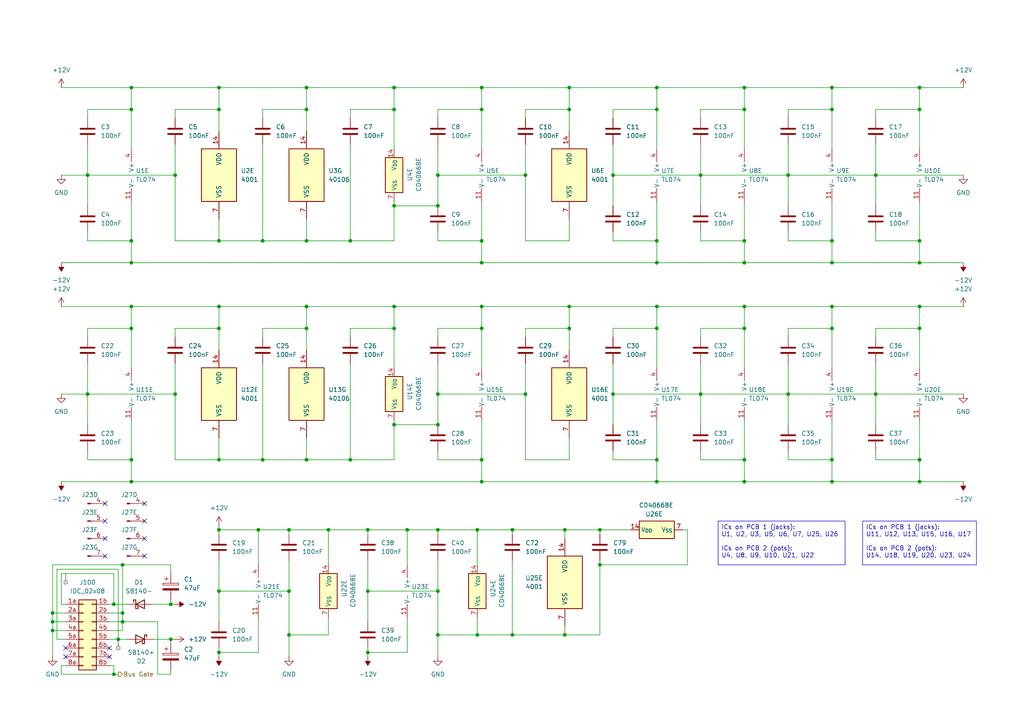
<source format=kicad_sch>
(kicad_sch (version 20250114) (generator "eeschema") (generator_version "9.0")
  (paper "A4")
  (title_block (title "Power Distribution") (company "DMH Instruments") (comment 1 "PCB for 15cm Kosmo format synthesizer module"))
  (text_box "ICs on PCB 1 (jacks):\nU11, U12, U13, U15, U16, U17\n\nICs on PCB 2 (pots):\nU14, U18, U19, U20, U23, U24" (at 250.19 151.13 0) (size 33.02 12.7) (margins 0.9525 0.9525 0.9525 0.9525) (effects (font (size 1.27 1.27)) (justify left top)))
  (text_box "ICs on PCB 1 (jacks):\nU1, U2, U3, U5, U6, U7, U25, U26\n\nICs on PCB 2 (pots):\nU4, U8, U9, U10, U21, U22" (at 208.28 151.13 0) (size 36.83 12.7) (margins 0.9525 0.9525 0.9525 0.9525) (effects (font (size 1.27 1.27)) (justify left top)))
  (junction (at 177.8 50.8))
  (junction (at 148.59 184.15))
  (junction (at 215.9 95.25))
  (junction (at 254 50.8))
  (junction (at 88.9 95.25))
  (junction (at 215.9 133.35))
  (junction (at 190.5 76.2))
  (junction (at 190.5 25.4))
  (junction (at 38.1 95.25))
  (junction (at 63.5 189.23))
  (junction (at 63.5 25.4))
  (junction (at 152.4 114.3))
  (junction (at 106.68 153.67))
  (junction (at 241.3 69.85))
  (junction (at 38.1 139.7))
  (junction (at 228.6 114.3))
  (junction (at 118.11 153.67))
  (junction (at 190.5 88.9))
  (junction (at 266.7 69.85))
  (junction (at 127 153.67))
  (junction (at 241.3 25.4))
  (junction (at 88.9 31.75))
  (junction (at 139.7 25.4))
  (junction (at 15.24 182.88))
  (junction (at 33.02 175.26))
  (junction (at 88.9 25.4))
  (junction (at 228.6 50.8))
  (junction (at 215.9 69.85))
  (junction (at 266.7 76.2))
  (junction (at 190.5 31.75))
  (junction (at 190.5 95.25))
  (junction (at 241.3 31.75))
  (junction (at 63.5 69.85))
  (junction (at 215.9 31.75))
  (junction (at 114.3 59.69))
  (junction (at 139.7 95.25))
  (junction (at 38.1 76.2))
  (junction (at 106.68 189.23))
  (junction (at 50.8 50.8))
  (junction (at 139.7 139.7))
  (junction (at 63.5 88.9))
  (junction (at 88.9 133.35))
  (junction (at 35.56 163.83))
  (junction (at 127 50.8))
  (junction (at 38.1 25.4))
  (junction (at 74.93 153.67))
  (junction (at 83.82 153.67))
  (junction (at 215.9 139.7))
  (junction (at 35.56 180.34))
  (junction (at 138.43 184.15))
  (junction (at 266.7 133.35))
  (junction (at 139.7 76.2))
  (junction (at 173.99 163.83))
  (junction (at 34.29 185.42))
  (junction (at 139.7 88.9))
  (junction (at 101.6 69.85))
  (junction (at 38.1 88.9))
  (junction (at 190.5 133.35))
  (junction (at 63.5 95.25))
  (junction (at 49.53 175.26))
  (junction (at 241.3 133.35))
  (junction (at 83.82 171.45))
  (junction (at 25.4 50.8))
  (junction (at 241.3 88.9))
  (junction (at 215.9 88.9))
  (junction (at 163.83 153.67))
  (junction (at 49.53 185.42))
  (junction (at 76.2 133.35))
  (junction (at 165.1 31.75))
  (junction (at 203.2 114.3))
  (junction (at 76.2 69.85))
  (junction (at 88.9 69.85))
  (junction (at 114.3 31.75))
  (junction (at 95.25 153.67))
  (junction (at 35.56 177.8))
  (junction (at 101.6 133.35))
  (junction (at 63.5 31.75))
  (junction (at 215.9 76.2))
  (junction (at 114.3 25.4))
  (junction (at 152.4 50.8))
  (junction (at 139.7 31.75))
  (junction (at 15.24 180.34))
  (junction (at 266.7 25.4))
  (junction (at 173.99 153.67))
  (junction (at 63.5 133.35))
  (junction (at 127 114.3))
  (junction (at 63.5 153.67))
  (junction (at 254 114.3))
  (junction (at 114.3 123.19))
  (junction (at 127 184.15))
  (junction (at 165.1 25.4))
  (junction (at 50.8 114.3))
  (junction (at 127 171.45))
  (junction (at 177.8 114.3))
  (junction (at 63.5 171.45))
  (junction (at 106.68 171.45))
  (junction (at 241.3 76.2))
  (junction (at 190.5 139.7))
  (junction (at 266.7 139.7))
  (junction (at 38.1 31.75))
  (junction (at 138.43 153.67))
  (junction (at 114.3 88.9))
  (junction (at 163.83 184.15))
  (junction (at 33.02 195.58))
  (junction (at 15.24 177.8))
  (junction (at 266.7 95.25))
  (junction (at 127 59.69))
  (junction (at 203.2 50.8))
  (junction (at 266.7 31.75))
  (junction (at 215.9 25.4))
  (junction (at 25.4 114.3))
  (junction (at 148.59 153.67))
  (junction (at 127 123.19))
  (junction (at 139.7 133.35))
  (junction (at 165.1 88.9))
  (junction (at 241.3 139.7))
  (junction (at 266.7 88.9))
  (junction (at 38.1 133.35))
  (junction (at 83.82 184.15))
  (junction (at 114.3 95.25))
  (junction (at 139.7 69.85))
  (junction (at 88.9 88.9))
  (junction (at 38.1 69.85))
  (junction (at 190.5 69.85))
  (junction (at 165.1 95.25))
  (junction (at 241.3 95.25))
  (no_connect (at 30.48 146.05))
  (no_connect (at 30.48 161.29))
  (no_connect (at 41.91 161.29))
  (no_connect (at 41.91 151.13))
  (no_connect (at 31.75 190.5))
  (no_connect (at 19.05 187.96))
  (no_connect (at 41.91 156.21))
  (no_connect (at 41.91 146.05))
  (no_connect (at 30.48 151.13))
  (no_connect (at 31.75 187.96))
  (no_connect (at 19.05 190.5))
  (no_connect (at 30.48 156.21))
  (wire (pts (xy 148.59 154.94) (xy 148.59 153.67)))
  (wire (pts (xy 25.4 114.3) (xy 25.4 123.19)))
  (wire (pts (xy 49.53 194.31) (xy 49.53 195.58)))
  (wire (pts (xy 254 41.91) (xy 254 50.8)))
  (wire (pts (xy 33.02 195.58) (xy 34.29 195.58)))
  (wire (pts (xy 152.4 34.29) (xy 152.4 31.75)))
  (wire (pts (xy 25.4 34.29) (xy 25.4 31.75)))
  (wire (pts (xy 266.7 25.4) (xy 279.4 25.4)))
  (wire (pts (xy 101.6 41.91) (xy 101.6 69.85)))
  (wire (pts (xy 254 133.35) (xy 266.7 133.35)))
  (wire (pts (xy 241.3 25.4) (xy 266.7 25.4)))
  (wire (pts (xy 203.2 50.8) (xy 228.6 50.8)))
  (wire (pts (xy 152.4 105.41) (xy 152.4 114.3)))
  (wire (pts (xy 203.2 31.75) (xy 215.9 31.75)))
  (wire (pts (xy 101.6 31.75) (xy 114.3 31.75)))
  (wire (pts (xy 15.24 163.83) (xy 15.24 177.8)))
  (wire (pts (xy 33.02 195.58) (xy 33.02 193.04)))
  (wire (pts (xy 17.78 76.2) (xy 38.1 76.2)))
  (wire (pts (xy 63.5 153.67) (xy 63.5 152.4)))
  (wire (pts (xy 254 105.41) (xy 254 114.3)))
  (wire (pts (xy 254 31.75) (xy 266.7 31.75)))
  (wire (pts (xy 35.56 180.34) (xy 45.72 180.34)))
  (wire (pts (xy 106.68 153.67) (xy 106.68 154.94)))
  (wire (pts (xy 17.78 88.9) (xy 38.1 88.9)))
  (wire (pts (xy 76.2 41.91) (xy 76.2 69.85)))
  (wire (pts (xy 63.5 162.56) (xy 63.5 171.45)))
  (wire (pts (xy 83.82 184.15) (xy 83.82 190.5)))
  (wire (pts (xy 127 41.91) (xy 127 50.8)))
  (wire (pts (xy 163.83 153.67) (xy 148.59 153.67)))
  (wire (pts (xy 266.7 95.25) (xy 266.7 106.68)))
  (wire (pts (xy 25.4 114.3) (xy 50.8 114.3)))
  (wire (pts (xy 49.53 175.26) (xy 50.8 175.26)))
  (wire (pts (xy 177.8 133.35) (xy 190.5 133.35)))
  (wire (pts (xy 127 133.35) (xy 139.7 133.35)))
  (wire (pts (xy 177.8 114.3) (xy 203.2 114.3)))
  (wire (pts (xy 63.5 127) (xy 63.5 133.35)))
  (wire (pts (xy 139.7 88.9) (xy 139.7 95.25)))
  (wire (pts (xy 139.7 25.4) (xy 165.1 25.4)))
  (wire (pts (xy 266.7 121.92) (xy 266.7 133.35)))
  (wire (pts (xy 63.5 189.23) (xy 74.93 189.23)))
  (wire (pts (xy 203.2 67.31) (xy 203.2 69.85)))
  (wire (pts (xy 266.7 58.42) (xy 266.7 69.85)))
  (wire (pts (xy 254 114.3) (xy 254 123.19)))
  (wire (pts (xy 88.9 95.25) (xy 88.9 101.6)))
  (wire (pts (xy 152.4 50.8) (xy 152.4 69.85)))
  (wire (pts (xy 17.78 50.8) (xy 25.4 50.8)))
  (wire (pts (xy 177.8 114.3) (xy 177.8 123.19)))
  (wire (pts (xy 15.24 180.34) (xy 15.24 177.8)))
  (wire (pts (xy 139.7 25.4) (xy 139.7 31.75)))
  (wire (pts (xy 138.43 163.83) (xy 138.43 153.67)))
  (wire (pts (xy 114.3 123.19) (xy 127 123.19)))
  (wire (pts (xy 17.78 139.7) (xy 38.1 139.7)))
  (wire (pts (xy 50.8 114.3) (xy 50.8 133.35)))
  (wire (pts (xy 241.3 31.75) (xy 241.3 43.18)))
  (wire (pts (xy 76.2 133.35) (xy 88.9 133.35)))
  (wire (pts (xy 215.9 121.92) (xy 215.9 133.35)))
  (wire (pts (xy 203.2 114.3) (xy 228.6 114.3)))
  (wire (pts (xy 165.1 127) (xy 165.1 133.35)))
  (wire (pts (xy 38.1 76.2) (xy 139.7 76.2)))
  (wire (pts (xy 203.2 69.85) (xy 215.9 69.85)))
  (wire (pts (xy 177.8 95.25) (xy 190.5 95.25)))
  (wire (pts (xy 63.5 153.67) (xy 74.93 153.67)))
  (wire (pts (xy 25.4 69.85) (xy 38.1 69.85)))
  (wire (pts (xy 228.6 31.75) (xy 241.3 31.75)))
  (wire (pts (xy 63.5 187.96) (xy 63.5 189.23)))
  (wire (pts (xy 34.29 165.1) (xy 34.29 185.42)))
  (wire (pts (xy 165.1 69.85) (xy 152.4 69.85)))
  (wire (pts (xy 215.9 88.9) (xy 215.9 95.25)))
  (wire (pts (xy 139.7 69.85) (xy 139.7 76.2)))
  (wire (pts (xy 127 130.81) (xy 127 133.35)))
  (wire (pts (xy 173.99 184.15) (xy 163.83 184.15)))
  (wire (pts (xy 83.82 184.15) (xy 95.25 184.15)))
  (wire (pts (xy 173.99 163.83) (xy 173.99 184.15)))
  (wire (pts (xy 114.3 59.69) (xy 127 59.69)))
  (wire (pts (xy 241.3 95.25) (xy 241.3 106.68)))
  (wire (pts (xy 266.7 31.75) (xy 266.7 43.18)))
  (wire (pts (xy 163.83 153.67) (xy 163.83 156.21)))
  (wire (pts (xy 38.1 69.85) (xy 38.1 76.2)))
  (wire (pts (xy 19.05 180.34) (xy 15.24 180.34)))
  (wire (pts (xy 139.7 76.2) (xy 190.5 76.2)))
  (wire (pts (xy 114.3 59.69) (xy 114.3 69.85)))
  (wire (pts (xy 190.5 121.92) (xy 190.5 133.35)))
  (wire (pts (xy 74.93 179.07) (xy 74.93 189.23)))
  (wire (pts (xy 165.1 31.75) (xy 165.1 25.4)))
  (wire (pts (xy 38.1 58.42) (xy 38.1 69.85)))
  (wire (pts (xy 19.05 185.42) (xy 16.51 185.42)))
  (wire (pts (xy 106.68 153.67) (xy 118.11 153.67)))
  (wire (pts (xy 106.68 189.23) (xy 118.11 189.23)))
  (wire (pts (xy 101.6 97.79) (xy 101.6 95.25)))
  (wire (pts (xy 88.9 88.9) (xy 88.9 95.25)))
  (wire (pts (xy 25.4 31.75) (xy 38.1 31.75)))
  (wire (pts (xy 38.1 95.25) (xy 38.1 106.68)))
  (wire (pts (xy 63.5 63.5) (xy 63.5 69.85)))
  (wire (pts (xy 215.9 95.25) (xy 215.9 106.68)))
  (wire (pts (xy 177.8 34.29) (xy 177.8 31.75)))
  (wire (pts (xy 190.5 76.2) (xy 215.9 76.2)))
  (wire (pts (xy 49.53 195.58) (xy 45.72 195.58)))
  (wire (pts (xy 139.7 88.9) (xy 165.1 88.9)))
  (wire (pts (xy 228.6 41.91) (xy 228.6 50.8)))
  (wire (pts (xy 127 114.3) (xy 152.4 114.3)))
  (wire (pts (xy 163.83 153.67) (xy 173.99 153.67)))
  (wire (pts (xy 38.1 25.4) (xy 63.5 25.4)))
  (wire (pts (xy 177.8 31.75) (xy 190.5 31.75)))
  (wire (pts (xy 101.6 105.41) (xy 101.6 133.35)))
  (wire (pts (xy 35.56 163.83) (xy 15.24 163.83)))
  (wire (pts (xy 127 67.31) (xy 127 69.85)))
  (wire (pts (xy 106.68 162.56) (xy 106.68 171.45)))
  (wire (pts (xy 74.93 163.83) (xy 74.93 153.67)))
  (wire (pts (xy 83.82 153.67) (xy 95.25 153.67)))
  (wire (pts (xy 254 114.3) (xy 279.4 114.3)))
  (wire (pts (xy 17.78 25.4) (xy 38.1 25.4)))
  (wire (pts (xy 31.75 185.42) (xy 34.29 185.42)))
  (wire (pts (xy 114.3 25.4) (xy 114.3 31.75)))
  (wire (pts (xy 228.6 95.25) (xy 241.3 95.25)))
  (wire (pts (xy 118.11 163.83) (xy 118.11 153.67)))
  (wire (pts (xy 19.05 177.8) (xy 15.24 177.8)))
  (wire (pts (xy 35.56 163.83) (xy 49.53 163.83)))
  (wire (pts (xy 25.4 133.35) (xy 38.1 133.35)))
  (wire (pts (xy 31.75 182.88) (xy 35.56 182.88)))
  (wire (pts (xy 83.82 171.45) (xy 83.82 184.15)))
  (wire (pts (xy 25.4 67.31) (xy 25.4 69.85)))
  (wire (pts (xy 203.2 133.35) (xy 215.9 133.35)))
  (wire (pts (xy 199.39 163.83) (xy 173.99 163.83)))
  (wire (pts (xy 88.9 133.35) (xy 101.6 133.35)))
  (wire (pts (xy 95.25 153.67) (xy 106.68 153.67)))
  (wire (pts (xy 25.4 105.41) (xy 25.4 114.3)))
  (wire (pts (xy 177.8 67.31) (xy 177.8 69.85)))
  (wire (pts (xy 76.2 34.29) (xy 76.2 31.75)))
  (wire (pts (xy 19.05 182.88) (xy 15.24 182.88)))
  (wire (pts (xy 15.24 182.88) (xy 15.24 190.5)))
  (wire (pts (xy 173.99 162.56) (xy 173.99 163.83)))
  (wire (pts (xy 215.9 25.4) (xy 215.9 31.75)))
  (wire (pts (xy 190.5 139.7) (xy 215.9 139.7)))
  (wire (pts (xy 228.6 67.31) (xy 228.6 69.85)))
  (wire (pts (xy 114.3 121.92) (xy 114.3 123.19)))
  (wire (pts (xy 215.9 31.75) (xy 215.9 43.18)))
  (wire (pts (xy 31.75 193.04) (xy 33.02 193.04)))
  (wire (pts (xy 95.25 179.07) (xy 95.25 184.15)))
  (wire (pts (xy 34.29 185.42) (xy 36.83 185.42)))
  (wire (pts (xy 50.8 41.91) (xy 50.8 50.8)))
  (wire (pts (xy 228.6 114.3) (xy 228.6 123.19)))
  (wire (pts (xy 63.5 88.9) (xy 88.9 88.9)))
  (wire (pts (xy 76.2 95.25) (xy 88.9 95.25)))
  (wire (pts (xy 101.6 34.29) (xy 101.6 31.75)))
  (wire (pts (xy 266.7 76.2) (xy 279.4 76.2)))
  (wire (pts (xy 118.11 179.07) (xy 118.11 189.23)))
  (wire (pts (xy 114.3 133.35) (xy 101.6 133.35)))
  (wire (pts (xy 215.9 139.7) (xy 241.3 139.7)))
  (wire (pts (xy 17.78 114.3) (xy 25.4 114.3)))
  (wire (pts (xy 35.56 177.8) (xy 35.56 163.83)))
  (wire (pts (xy 241.3 121.92) (xy 241.3 133.35)))
  (wire (pts (xy 63.5 25.4) (xy 63.5 31.75)))
  (wire (pts (xy 106.68 187.96) (xy 106.68 189.23)))
  (wire (pts (xy 31.75 180.34) (xy 35.56 180.34)))
  (wire (pts (xy 266.7 133.35) (xy 266.7 139.7)))
  (wire (pts (xy 190.5 25.4) (xy 215.9 25.4)))
  (wire (pts (xy 83.82 162.56) (xy 83.82 171.45)))
  (wire (pts (xy 241.3 58.42) (xy 241.3 69.85)))
  (wire (pts (xy 138.43 153.67) (xy 127 153.67)))
  (wire (pts (xy 173.99 153.67) (xy 182.88 153.67)))
  (wire (pts (xy 19.05 175.26) (xy 17.78 175.26)))
  (wire (pts (xy 63.5 88.9) (xy 63.5 95.25)))
  (wire (pts (xy 215.9 76.2) (xy 241.3 76.2)))
  (wire (pts (xy 50.8 97.79) (xy 50.8 95.25)))
  (wire (pts (xy 177.8 50.8) (xy 177.8 59.69)))
  (wire (pts (xy 106.68 171.45) (xy 127 171.45)))
  (wire (pts (xy 163.83 181.61) (xy 163.83 184.15)))
  (wire (pts (xy 101.6 95.25) (xy 114.3 95.25)))
  (wire (pts (xy 31.75 175.26) (xy 33.02 175.26)))
  (wire (pts (xy 241.3 88.9) (xy 241.3 95.25)))
  (wire (pts (xy 165.1 133.35) (xy 152.4 133.35)))
  (wire (pts (xy 88.9 25.4) (xy 114.3 25.4)))
  (wire (pts (xy 95.25 163.83) (xy 95.25 153.67)))
  (wire (pts (xy 241.3 88.9) (xy 266.7 88.9)))
  (wire (pts (xy 215.9 25.4) (xy 241.3 25.4)))
  (wire (pts (xy 45.72 195.58) (xy 45.72 180.34)))
  (wire (pts (xy 44.45 175.26) (xy 49.53 175.26)))
  (wire (pts (xy 49.53 185.42) (xy 50.8 185.42)))
  (wire (pts (xy 152.4 114.3) (xy 152.4 133.35)))
  (wire (pts (xy 88.9 133.35) (xy 88.9 127)))
  (wire (pts (xy 138.43 184.15) (xy 138.43 179.07)))
  (wire (pts (xy 114.3 25.4) (xy 139.7 25.4)))
  (wire (pts (xy 266.7 88.9) (xy 279.4 88.9)))
  (wire (pts (xy 266.7 25.4) (xy 266.7 31.75)))
  (wire (pts (xy 88.9 69.85) (xy 88.9 63.5)))
  (wire (pts (xy 127 184.15) (xy 138.43 184.15)))
  (wire (pts (xy 44.45 185.42) (xy 49.53 185.42)))
  (wire (pts (xy 63.5 95.25) (xy 63.5 101.6)))
  (wire (pts (xy 190.5 88.9) (xy 190.5 95.25)))
  (wire (pts (xy 138.43 153.67) (xy 148.59 153.67)))
  (wire (pts (xy 35.56 182.88) (xy 35.56 180.34)))
  (wire (pts (xy 254 95.25) (xy 266.7 95.25)))
  (wire (pts (xy 50.8 50.8) (xy 50.8 69.85)))
  (wire (pts (xy 228.6 105.41) (xy 228.6 114.3)))
  (wire (pts (xy 165.1 88.9) (xy 190.5 88.9)))
  (wire (pts (xy 148.59 162.56) (xy 148.59 184.15)))
  (wire (pts (xy 215.9 88.9) (xy 241.3 88.9)))
  (wire (pts (xy 38.1 133.35) (xy 38.1 139.7)))
  (wire (pts (xy 215.9 133.35) (xy 215.9 139.7)))
  (wire (pts (xy 106.68 189.23) (xy 106.68 190.5)))
  (wire (pts (xy 88.9 25.4) (xy 88.9 31.75)))
  (wire (pts (xy 50.8 105.41) (xy 50.8 114.3)))
  (wire (pts (xy 241.3 25.4) (xy 241.3 31.75)))
  (wire (pts (xy 177.8 130.81) (xy 177.8 133.35)))
  (wire (pts (xy 16.51 165.1) (xy 34.29 165.1)))
  (wire (pts (xy 198.12 153.67) (xy 199.39 153.67)))
  (wire (pts (xy 118.11 153.67) (xy 127 153.67)))
  (wire (pts (xy 139.7 95.25) (xy 139.7 106.68)))
  (wire (pts (xy 33.02 166.37) (xy 33.02 175.26)))
  (wire (pts (xy 63.5 31.75) (xy 63.5 38.1)))
  (wire (pts (xy 127 69.85) (xy 139.7 69.85)))
  (wire (pts (xy 114.3 31.75) (xy 114.3 43.18)))
  (wire (pts (xy 127 114.3) (xy 127 123.19)))
  (wire (pts (xy 203.2 41.91) (xy 203.2 50.8)))
  (wire (pts (xy 177.8 50.8) (xy 203.2 50.8)))
  (wire (pts (xy 17.78 166.37) (xy 33.02 166.37)))
  (wire (pts (xy 152.4 41.91) (xy 152.4 50.8)))
  (wire (pts (xy 127 105.41) (xy 127 114.3)))
  (wire (pts (xy 25.4 130.81) (xy 25.4 133.35)))
  (wire (pts (xy 38.1 88.9) (xy 38.1 95.25)))
  (wire (pts (xy 50.8 95.25) (xy 63.5 95.25)))
  (wire (pts (xy 63.5 25.4) (xy 88.9 25.4)))
  (wire (pts (xy 38.1 88.9) (xy 63.5 88.9)))
  (wire (pts (xy 17.78 195.58) (xy 33.02 195.58)))
  (wire (pts (xy 25.4 41.91) (xy 25.4 50.8)))
  (wire (pts (xy 88.9 69.85) (xy 101.6 69.85)))
  (wire (pts (xy 25.4 95.25) (xy 38.1 95.25)))
  (wire (pts (xy 173.99 153.67) (xy 173.99 154.94)))
  (wire (pts (xy 76.2 97.79) (xy 76.2 95.25)))
  (wire (pts (xy 127 31.75) (xy 139.7 31.75)))
  (wire (pts (xy 49.53 185.42) (xy 49.53 186.69)))
  (wire (pts (xy 203.2 105.41) (xy 203.2 114.3)))
  (wire (pts (xy 203.2 95.25) (xy 215.9 95.25)))
  (wire (pts (xy 38.1 139.7) (xy 139.7 139.7)))
  (wire (pts (xy 165.1 25.4) (xy 190.5 25.4)))
  (wire (pts (xy 50.8 31.75) (xy 63.5 31.75)))
  (wire (pts (xy 74.93 153.67) (xy 83.82 153.67)))
  (wire (pts (xy 63.5 171.45) (xy 63.5 180.34)))
  (wire (pts (xy 203.2 97.79) (xy 203.2 95.25)))
  (wire (pts (xy 139.7 121.92) (xy 139.7 133.35)))
  (wire (pts (xy 139.7 31.75) (xy 139.7 43.18)))
  (wire (pts (xy 228.6 50.8) (xy 228.6 59.69)))
  (wire (pts (xy 177.8 105.41) (xy 177.8 114.3)))
  (wire (pts (xy 241.3 76.2) (xy 266.7 76.2)))
  (wire (pts (xy 25.4 97.79) (xy 25.4 95.25)))
  (wire (pts (xy 241.3 69.85) (xy 241.3 76.2)))
  (wire (pts (xy 83.82 154.94) (xy 83.82 153.67)))
  (wire (pts (xy 139.7 58.42) (xy 139.7 69.85)))
  (wire (pts (xy 228.6 97.79) (xy 228.6 95.25)))
  (wire (pts (xy 228.6 130.81) (xy 228.6 133.35)))
  (wire (pts (xy 254 67.31) (xy 254 69.85)))
  (wire (pts (xy 228.6 133.35) (xy 241.3 133.35)))
  (wire (pts (xy 190.5 88.9) (xy 215.9 88.9)))
  (wire (pts (xy 190.5 31.75) (xy 190.5 43.18)))
  (wire (pts (xy 25.4 50.8) (xy 50.8 50.8)))
  (wire (pts (xy 114.3 58.42) (xy 114.3 59.69)))
  (wire (pts (xy 165.1 31.75) (xy 165.1 38.1)))
  (wire (pts (xy 152.4 95.25) (xy 165.1 95.25)))
  (wire (pts (xy 33.02 175.26) (xy 36.83 175.26)))
  (wire (pts (xy 203.2 130.81) (xy 203.2 133.35)))
  (wire (pts (xy 63.5 154.94) (xy 63.5 153.67)))
  (wire (pts (xy 163.83 184.15) (xy 148.59 184.15)))
  (wire (pts (xy 228.6 34.29) (xy 228.6 31.75)))
  (wire (pts (xy 106.68 171.45) (xy 106.68 180.34)))
  (wire (pts (xy 199.39 153.67) (xy 199.39 163.83)))
  (wire (pts (xy 50.8 69.85) (xy 63.5 69.85)))
  (wire (pts (xy 114.3 88.9) (xy 114.3 95.25)))
  (wire (pts (xy 127 50.8) (xy 152.4 50.8)))
  (wire (pts (xy 76.2 105.41) (xy 76.2 133.35)))
  (wire (pts (xy 127 50.8) (xy 127 59.69)))
  (wire (pts (xy 49.53 166.37) (xy 49.53 163.83)))
  (wire (pts (xy 49.53 173.99) (xy 49.53 175.26)))
  (wire (pts (xy 254 50.8) (xy 279.4 50.8)))
  (wire (pts (xy 228.6 69.85) (xy 241.3 69.85)))
  (wire (pts (xy 50.8 34.29) (xy 50.8 31.75)))
  (wire (pts (xy 254 34.29) (xy 254 31.75)))
  (wire (pts (xy 88.9 88.9) (xy 114.3 88.9)))
  (wire (pts (xy 114.3 95.25) (xy 114.3 106.68)))
  (wire (pts (xy 152.4 31.75) (xy 165.1 31.75)))
  (wire (pts (xy 165.1 63.5) (xy 165.1 69.85)))
  (wire (pts (xy 17.78 193.04) (xy 17.78 195.58)))
  (wire (pts (xy 38.1 31.75) (xy 38.1 43.18)))
  (wire (pts (xy 127 97.79) (xy 127 95.25)))
  (wire (pts (xy 63.5 69.85) (xy 76.2 69.85)))
  (wire (pts (xy 266.7 139.7) (xy 279.4 139.7)))
  (wire (pts (xy 63.5 133.35) (xy 76.2 133.35)))
  (wire (pts (xy 19.05 193.04) (xy 17.78 193.04)))
  (wire (pts (xy 177.8 97.79) (xy 177.8 95.25)))
  (wire (pts (xy 254 50.8) (xy 254 59.69)))
  (wire (pts (xy 203.2 114.3) (xy 203.2 123.19)))
  (wire (pts (xy 76.2 31.75) (xy 88.9 31.75)))
  (wire (pts (xy 228.6 50.8) (xy 254 50.8)))
  (wire (pts (xy 63.5 189.23) (xy 63.5 190.5)))
  (wire (pts (xy 190.5 133.35) (xy 190.5 139.7)))
  (wire (pts (xy 114.3 88.9) (xy 139.7 88.9)))
  (wire (pts (xy 254 130.81) (xy 254 133.35)))
  (wire (pts (xy 266.7 88.9) (xy 266.7 95.25)))
  (wire (pts (xy 190.5 25.4) (xy 190.5 31.75)))
  (wire (pts (xy 31.75 177.8) (xy 35.56 177.8)))
  (wire (pts (xy 50.8 133.35) (xy 63.5 133.35)))
  (wire (pts (xy 254 97.79) (xy 254 95.25)))
  (wire (pts (xy 15.24 182.88) (xy 15.24 180.34)))
  (wire (pts (xy 152.4 97.79) (xy 152.4 95.25)))
  (wire (pts (xy 190.5 58.42) (xy 190.5 69.85)))
  (wire (pts (xy 127 95.25) (xy 139.7 95.25)))
  (wire (pts (xy 114.3 69.85) (xy 101.6 69.85)))
  (wire (pts (xy 266.7 69.85) (xy 266.7 76.2)))
  (wire (pts (xy 139.7 139.7) (xy 190.5 139.7)))
  (wire (pts (xy 127 162.56) (xy 127 171.45)))
  (wire (pts (xy 215.9 58.42) (xy 215.9 69.85)))
  (wire (pts (xy 177.8 41.91) (xy 177.8 50.8)))
  (wire (pts (xy 63.5 171.45) (xy 83.82 171.45)))
  (wire (pts (xy 165.1 95.25) (xy 165.1 101.6)))
  (wire (pts (xy 190.5 69.85) (xy 190.5 76.2)))
  (wire (pts (xy 139.7 133.35) (xy 139.7 139.7)))
  (wire (pts (xy 203.2 34.29) (xy 203.2 31.75)))
  (wire (pts (xy 215.9 69.85) (xy 215.9 76.2)))
  (wire (pts (xy 127 34.29) (xy 127 31.75)))
  (wire (pts (xy 76.2 69.85) (xy 88.9 69.85)))
  (wire (pts (xy 241.3 133.35) (xy 241.3 139.7)))
  (wire (pts (xy 228.6 114.3) (xy 254 114.3)))
  (wire (pts (xy 114.3 123.19) (xy 114.3 133.35)))
  (wire (pts (xy 16.51 185.42) (xy 16.51 165.1)))
  (wire (pts (xy 38.1 25.4) (xy 38.1 31.75)))
  (wire (pts (xy 127 171.45) (xy 127 184.15)))
  (wire (pts (xy 254 69.85) (xy 266.7 69.85)))
  (wire (pts (xy 17.78 175.26) (xy 17.78 166.37)))
  (wire (pts (xy 35.56 180.34) (xy 35.56 177.8)))
  (wire (pts (xy 165.1 95.25) (xy 165.1 88.9)))
  (wire (pts (xy 88.9 31.75) (xy 88.9 38.1)))
  (wire (pts (xy 127 184.15) (xy 127 190.5)))
  (wire (pts (xy 190.5 95.25) (xy 190.5 106.68)))
  (wire (pts (xy 127 154.94) (xy 127 153.67)))
  (wire (pts (xy 25.4 50.8) (xy 25.4 59.69)))
  (wire (pts (xy 138.43 184.15) (xy 148.59 184.15)))
  (wire (pts (xy 241.3 139.7) (xy 266.7 139.7)))
  (wire (pts (xy 177.8 69.85) (xy 190.5 69.85)))
  (wire (pts (xy 38.1 121.92) (xy 38.1 133.35)))
  (wire (pts (xy 203.2 50.8) (xy 203.2 59.69)))
  (hierarchical_label "Bus Gate" (shape output) (at 34.29 195.58 0))
  (netclass_flag "" (length 2.54) (shape round) (at 19.05 166.37 180) (property "Netclass" "Power" (effects (hide yes))))
  (netclass_flag "" (length 2.54) (shape round) (at 34.29 185.42 180) (property "Netclass" "Power" (effects (hide yes))))
  (symbol (lib_id "power:+12V") (at 63.5 152.4 0) (unit 1)
    (property "Reference" "#PWR013" (effects (hide yes)))
    (property "Value" "+12V" (at 63.5 147.32 0))
    (property "Description" "Power symbol creates a global label with name \"+12V\"" (effects (hide yes)))
  )
  (symbol (lib_id "Amplifier_Operational:TL074") (at 218.44 50.8 0) (unit 5) (on_board no)
    (property "Reference" "U8" (at 217.17 49.5299 0) (effects (justify left)))
    (property "Value" "TL074" (at 217.17 52.0699 0) (effects (justify left)))
    (property "Footprint" "Package_DIP:DIP-14_W7.62mm_Socket" (effects (hide yes)))
    (property "Datasheet" "http://www.ti.com/lit/ds/symlink/tl071.pdf" (effects (hide yes)))
    (property "Description" "Quad Low-Noise JFET-Input Operational Amplifiers, DIP-14/SOIC-14" (effects (hide yes)))
  )
  (symbol (lib_id "SynthStuff:Conn_01x10_PinHeader") (at 25.4 151.13 0) (unit 5)
    (property "Reference" "J23" (at 26.035 148.59 0))
    (property "Value" "Conn_01x10_PinHeader" (effects (hide yes)))
    (property "Footprint" "Connector_PinHeader_2.54mm:PinHeader_1x10_P2.54mm_Vertical" (effects (hide yes)))
    (property "Description" "Generic connector, single row, 01x10" (effects (hide yes)))
  )
  (symbol (lib_id "Amplifier_Operational:TL074") (at 77.47 171.45 0) (unit 5) (on_board no)
    (property "Reference" "U21" (at 76.2 170.1799 0) (effects (justify left)))
    (property "Value" "TL074" (at 76.2 172.7199 0) (effects (justify left)))
    (property "Footprint" "Package_DIP:DIP-14_W7.62mm_Socket" (effects (hide yes)))
    (property "Datasheet" "http://www.ti.com/lit/ds/symlink/tl071.pdf" (effects (hide yes)))
    (property "Description" "Quad Low-Noise JFET-Input Operational Amplifiers, DIP-14/SOIC-14" (effects (hide yes)))
  )
  (symbol (lib_id "Device:C") (at 25.4 38.1 0) (unit 1)
    (property "Reference" "C3" (at 29.21 36.8299 0) (effects (justify left)))
    (property "Value" "100nF" (at 29.21 39.3699 0) (effects (justify left)))
    (property "Footprint" "Capacitor_THT:C_Disc_D4.3mm_W1.9mm_P5.00mm" (effects (hide yes)))
    (property "Description" "Unpolarized capacitor" (effects (hide yes)))
  )
  (symbol (lib_id "Amplifier_Operational:TL074") (at 193.04 50.8 0) (unit 5)
    (property "Reference" "U7" (at 191.77 49.5299 0) (effects (justify left)))
    (property "Value" "TL074" (at 191.77 52.0699 0) (effects (justify left)))
    (property "Footprint" "Package_DIP:DIP-14_W7.62mm_Socket" (effects (hide yes)))
    (property "Datasheet" "http://www.ti.com/lit/ds/symlink/tl071.pdf" (effects (hide yes)))
    (property "Description" "Quad Low-Noise JFET-Input Operational Amplifiers, DIP-14/SOIC-14" (effects (hide yes)))
  )
  (symbol (lib_id "SynthStuff:Conn_01x10_PinHeader") (at 36.83 146.05 0) (unit 4)
    (property "Reference" "J27" (at 37.465 143.51 0))
    (property "Value" "Conn_01x10_PinHeader" (effects (hide yes)))
    (property "Footprint" "Connector_PinHeader_2.54mm:PinHeader_1x10_P2.54mm_Vertical" (effects (hide yes)))
    (property "Description" "Generic connector, single row, 01x10" (effects (hide yes)))
  )
  (symbol (lib_id "Device:C") (at 173.99 158.75 0) (unit 1)
    (property "Reference" "C79" (at 177.8 157.4799 0) (effects (justify left)))
    (property "Value" "100nF" (at 177.8 160.0199 0) (effects (justify left)))
    (property "Footprint" "Capacitor_THT:C_Disc_D4.3mm_W1.9mm_P5.00mm" (effects (hide yes)))
    (property "Description" "Unpolarized capacitor" (effects (hide yes)))
  )
  (symbol (lib_id "Device:C") (at 148.59 158.75 0) (unit 1)
    (property "Reference" "C72" (at 152.4 157.4799 0) (effects (justify left)))
    (property "Value" "100nF" (at 152.4 160.0199 0) (effects (justify left)))
    (property "Footprint" "Capacitor_THT:C_Disc_D4.3mm_W1.9mm_P5.00mm" (effects (hide yes)))
    (property "Description" "Unpolarized capacitor" (effects (hide yes)))
  )
  (symbol (lib_id "power:GND") (at 17.78 114.3 0) (unit 1)
    (property "Reference" "#PWR010" (effects (hide yes)))
    (property "Value" "GND" (at 17.78 119.38 0))
    (property "Description" "Power symbol creates a global label with name \"GND\" , ground" (effects (hide yes)))
  )
  (symbol (lib_id "Device:C") (at 228.6 38.1 0) (unit 1) (on_board no)
    (property "Reference" "C15" (at 232.41 36.8299 0) (effects (justify left)))
    (property "Value" "100nF" (at 232.41 39.3699 0) (effects (justify left)))
    (property "Footprint" "Capacitor_THT:C_Disc_D4.3mm_W1.9mm_P5.00mm" (effects (hide yes)))
    (property "Description" "Unpolarized capacitor" (effects (hide yes)))
  )
  (symbol (lib_id "Device:C_Polarized") (at 49.53 170.18 0) (unit 1)
    (property "Reference" "C1" (at 53.34 168.0209 0) (effects (justify left)))
    (property "Value" "47uF" (at 53.34 170.5609 0) (effects (justify left)))
    (property "Footprint" "Capacitor_THT:CP_Radial_D5.0mm_P2.00mm" (effects (hide yes)))
    (property "Description" "Polarized capacitor" (effects (hide yes)))
  )
  (symbol (lib_id "Device:C") (at 127 38.1 0) (unit 1)
    (property "Reference" "C8" (at 130.81 36.8299 0) (effects (justify left)))
    (property "Value" "100nF" (at 130.81 39.3699 0) (effects (justify left)))
    (property "Footprint" "Capacitor_THT:C_Disc_D4.3mm_W1.9mm_P5.00mm" (effects (hide yes)))
    (property "Description" "Unpolarized capacitor" (effects (hide yes)))
  )
  (symbol (lib_id "Device:C") (at 254 38.1 0) (unit 1) (on_board no)
    (property "Reference" "C17" (at 257.81 36.8299 0) (effects (justify left)))
    (property "Value" "100nF" (at 257.81 39.3699 0) (effects (justify left)))
    (property "Footprint" "Capacitor_THT:C_Disc_D4.3mm_W1.9mm_P5.00mm" (effects (hide yes)))
    (property "Description" "Unpolarized capacitor" (effects (hide yes)))
  )
  (symbol (lib_id "power:GND") (at 15.24 190.5 0) (unit 1)
    (property "Reference" "#PWR018" (effects (hide yes)))
    (property "Value" "GND" (at 15.24 195.58 0))
    (property "Description" "Power symbol creates a global label with name \"GND\" , ground" (effects (hide yes)))
  )
  (symbol (lib_id "power:+12V") (at 50.8 185.42 270) (unit 1)
    (property "Reference" "#PWR017" (effects (hide yes)))
    (property "Value" "+12V" (at 54.61 185.4199 90) (effects (justify left)))
    (property "Description" "Power symbol creates a global label with name \"+12V\"" (effects (hide yes)))
  )
  (symbol (lib_id "Device:C") (at 203.2 127 0) (unit 1) (on_board no)
    (property "Reference" "C33" (at 207.01 125.7299 0) (effects (justify left)))
    (property "Value" "100nF" (at 207.01 128.2699 0) (effects (justify left)))
    (property "Footprint" "Capacitor_THT:C_Disc_D4.3mm_W1.9mm_P5.00mm" (effects (hide yes)))
    (property "Description" "Unpolarized capacitor" (effects (hide yes)))
  )
  (symbol (lib_id "Device:C") (at 25.4 127 0) (unit 1)
    (property "Reference" "C23" (at 29.21 125.7299 0) (effects (justify left)))
    (property "Value" "100nF" (at 29.21 128.2699 0) (effects (justify left)))
    (property "Footprint" "Capacitor_THT:C_Disc_D4.3mm_W1.9mm_P5.00mm" (effects (hide yes)))
    (property "Description" "Unpolarized capacitor" (effects (hide yes)))
  )
  (symbol (lib_id "Device:C") (at 254 63.5 0) (unit 1) (on_board no)
    (property "Reference" "C18" (at 257.81 62.2299 0) (effects (justify left)))
    (property "Value" "100nF" (at 257.81 64.7699 0) (effects (justify left)))
    (property "Footprint" "Capacitor_THT:C_Disc_D4.3mm_W1.9mm_P5.00mm" (effects (hide yes)))
    (property "Description" "Unpolarized capacitor" (effects (hide yes)))
  )
  (symbol (lib_id "SynthStuff:Conn_01x10_PinHeader") (at 36.83 161.29 0) (unit 7)
    (property "Reference" "J27" (at 37.465 158.75 0))
    (property "Value" "Conn_01x10_PinHeader" (effects (hide yes)))
    (property "Footprint" "Connector_PinHeader_2.54mm:PinHeader_1x10_P2.54mm_Vertical" (effects (hide yes)))
    (property "Description" "Generic connector, single row, 01x10" (effects (hide yes)))
  )
  (symbol (lib_id "Amplifier_Operational:TL074") (at 269.24 114.3 0) (unit 5) (on_board no)
    (property "Reference" "U20" (at 267.97 113.0299 0) (effects (justify left)))
    (property "Value" "TL074" (at 267.97 115.5699 0) (effects (justify left)))
    (property "Footprint" "Package_DIP:DIP-14_W7.62mm_Socket" (effects (hide yes)))
    (property "Datasheet" "http://www.ti.com/lit/ds/symlink/tl071.pdf" (effects (hide yes)))
    (property "Description" "Quad Low-Noise JFET-Input Operational Amplifiers, DIP-14/SOIC-14" (effects (hide yes)))
  )
  (symbol (lib_id "power:+12V") (at 17.78 25.4 0) (unit 1)
    (property "Reference" "#PWR01" (effects (hide yes)))
    (property "Value" "+12V" (at 17.78 20.32 0))
    (property "Description" "Power symbol creates a global label with name \"+12V\"" (effects (hide yes)))
  )
  (symbol (lib_id "4xxx:4001") (at 165.1 50.8 0) (unit 5)
    (property "Reference" "U6" (at 171.45 49.5299 0) (effects (justify left)))
    (property "Value" "4001" (at 171.45 52.0699 0) (effects (justify left)))
    (property "Footprint" "Package_DIP:DIP-14_W7.62mm_Socket" (effects (hide yes)))
    (property "Datasheet" "http://www.intersil.com/content/dam/Intersil/documents/cd40/cd4000bms-01bms-02bms-25bms.pdf" (effects (hide yes)))
    (property "Description" "Quad Nor 2 inputs" (effects (hide yes)))
  )
  (symbol (lib_id "Device:C") (at 76.2 101.6 0) (unit 1)
    (property "Reference" "C25" (at 80.01 100.3299 0) (effects (justify left)))
    (property "Value" "100nF" (at 80.01 102.8699 0) (effects (justify left)))
    (property "Footprint" "Capacitor_THT:C_Disc_D4.3mm_W1.9mm_P5.00mm" (effects (hide yes)))
    (property "Description" "Unpolarized capacitor" (effects (hide yes)))
  )
  (symbol (lib_id "power:-12V") (at 106.68 190.5 180) (unit 1)
    (property "Reference" "#PWR020" (effects (hide yes)))
    (property "Value" "-12V" (at 106.68 195.58 0))
    (property "Description" "Power symbol creates a global label with name \"-12V\"" (effects (hide yes)))
  )
  (symbol (lib_id "Device:C") (at 83.82 158.75 0) (unit 1) (on_board no)
    (property "Reference" "C21" (at 87.63 157.4799 0) (effects (justify left)))
    (property "Value" "100nF" (at 87.63 160.0199 0) (effects (justify left)))
    (property "Footprint" "Capacitor_THT:C_Disc_D4.3mm_W1.9mm_P5.00mm" (effects (hide yes)))
    (property "Description" "Unpolarized capacitor" (effects (hide yes)))
  )
  (symbol (lib_id "power:-12V") (at 17.78 139.7 180) (unit 1)
    (property "Reference" "#PWR011" (effects (hide yes)))
    (property "Value" "-12V" (at 17.78 144.78 0))
    (property "Description" "Power symbol creates a global label with name \"-12V\"" (effects (hide yes)))
  )
  (symbol (lib_id "power:-12V") (at 63.5 190.5 180) (unit 1)
    (property "Reference" "#PWR019" (effects (hide yes)))
    (property "Value" "-12V" (at 63.5 195.58 0))
    (property "Description" "Power symbol creates a global label with name \"-12V\"" (effects (hide yes)))
  )
  (symbol (lib_id "Device:C") (at 177.8 38.1 0) (unit 1)
    (property "Reference" "C11" (at 181.61 36.8299 0) (effects (justify left)))
    (property "Value" "100nF" (at 181.61 39.3699 0) (effects (justify left)))
    (property "Footprint" "Capacitor_THT:C_Disc_D4.3mm_W1.9mm_P5.00mm" (effects (hide yes)))
    (property "Description" "Unpolarized capacitor" (effects (hide yes)))
  )
  (symbol (lib_id "power:-12V") (at 17.78 76.2 180) (unit 1)
    (property "Reference" "#PWR05" (effects (hide yes)))
    (property "Value" "-12V" (at 17.78 81.28 0))
    (property "Description" "Power symbol creates a global label with name \"-12V\"" (effects (hide yes)))
  )
  (symbol (lib_id "Device:C") (at 127 127 0) (unit 1)
    (property "Reference" "C28" (at 130.81 125.7299 0) (effects (justify left)))
    (property "Value" "100nF" (at 130.81 128.2699 0) (effects (justify left)))
    (property "Footprint" "Capacitor_THT:C_Disc_D4.3mm_W1.9mm_P5.00mm" (effects (hide yes)))
    (property "Description" "Unpolarized capacitor" (effects (hide yes)))
  )
  (symbol (lib_id "Amplifier_Operational:TL074") (at 269.24 50.8 0) (unit 5) (on_board no)
    (property "Reference" "U10" (at 267.97 49.5299 0) (effects (justify left)))
    (property "Value" "TL074" (at 267.97 52.0699 0) (effects (justify left)))
    (property "Footprint" "Package_DIP:DIP-14_W7.62mm_Socket" (effects (hide yes)))
    (property "Datasheet" "http://www.ti.com/lit/ds/symlink/tl071.pdf" (effects (hide yes)))
    (property "Description" "Quad Low-Noise JFET-Input Operational Amplifiers, DIP-14/SOIC-14" (effects (hide yes)))
  )
  (symbol (lib_id "power:-12V") (at 279.4 139.7 180) (unit 1)
    (property "Reference" "#PWR012" (effects (hide yes)))
    (property "Value" "-12V" (at 279.4 144.78 0))
    (property "Description" "Power symbol creates a global label with name \"-12V\"" (effects (hide yes)))
  )
  (symbol (lib_id "power:+12V") (at 279.4 88.9 0) (unit 1)
    (property "Reference" "#PWR08" (effects (hide yes)))
    (property "Value" "+12V" (at 279.4 83.82 0))
    (property "Description" "Power symbol creates a global label with name \"+12V\"" (effects (hide yes)))
  )
  (symbol (lib_id "Device:C") (at 152.4 101.6 0) (unit 1)
    (property "Reference" "C29" (at 156.21 100.3299 0) (effects (justify left)))
    (property "Value" "100nF" (at 156.21 102.8699 0) (effects (justify left)))
    (property "Footprint" "Capacitor_THT:C_Disc_D4.3mm_W1.9mm_P5.00mm" (effects (hide yes)))
    (property "Description" "Unpolarized capacitor" (effects (hide yes)))
  )
  (symbol (lib_id "Device:C") (at 106.68 158.75 0) (unit 1) (on_board no)
    (property "Reference" "C38" (at 110.49 157.4799 0) (effects (justify left)))
    (property "Value" "100nF" (at 110.49 160.0199 0) (effects (justify left)))
    (property "Footprint" "Capacitor_THT:C_Disc_D4.3mm_W1.9mm_P5.00mm" (effects (hide yes)))
    (property "Description" "Unpolarized capacitor" (effects (hide yes)))
  )
  (symbol (lib_id "SynthStuff:Conn_01x10_PinHeader") (at 25.4 161.29 0) (unit 7)
    (property "Reference" "J23" (at 26.035 158.75 0))
    (property "Value" "Conn_01x10_PinHeader" (effects (hide yes)))
    (property "Footprint" "Connector_PinHeader_2.54mm:PinHeader_1x10_P2.54mm_Vertical" (effects (hide yes)))
    (property "Description" "Generic connector, single row, 01x10" (effects (hide yes)))
  )
  (symbol (lib_id "Device:C") (at 203.2 63.5 0) (unit 1) (on_board no)
    (property "Reference" "C14" (at 207.01 62.2299 0) (effects (justify left)))
    (property "Value" "100nF" (at 207.01 64.7699 0) (effects (justify left)))
    (property "Footprint" "Capacitor_THT:C_Disc_D4.3mm_W1.9mm_P5.00mm" (effects (hide yes)))
    (property "Description" "Unpolarized capacitor" (effects (hide yes)))
  )
  (symbol (lib_id "4xxx:40106") (at 88.9 114.3 0) (unit 7)
    (property "Reference" "U13" (at 95.25 113.0299 0) (effects (justify left)))
    (property "Value" "40106" (at 95.25 115.5699 0) (effects (justify left)))
    (property "Footprint" "Package_DIP:DIP-14_W7.62mm_Socket" (effects (hide yes)))
    (property "Datasheet" "https://assets.nexperia.com/documents/data-sheet/HEF40106B.pdf" (effects (hide yes)))
    (property "Description" "Hex Schmitt trigger inverter" (effects (hide yes)))
  )
  (symbol (lib_id "4xxx:4001") (at 165.1 114.3 0) (unit 5)
    (property "Reference" "U16" (at 171.45 113.0299 0) (effects (justify left)))
    (property "Value" "4001" (at 171.45 115.5699 0) (effects (justify left)))
    (property "Footprint" "Package_DIP:DIP-14_W7.62mm_Socket" (effects (hide yes)))
    (property "Datasheet" "http://www.intersil.com/content/dam/Intersil/documents/cd40/cd4000bms-01bms-02bms-25bms.pdf" (effects (hide yes)))
    (property "Description" "Quad Nor 2 inputs" (effects (hide yes)))
  )
  (symbol (lib_id "SynthStuff:Conn_01x10_PinHeader") (at 25.4 156.21 0) (unit 6)
    (property "Reference" "J23" (at 26.035 153.67 0))
    (property "Value" "Conn_01x10_PinHeader" (effects (hide yes)))
    (property "Footprint" "Connector_PinHeader_2.54mm:PinHeader_1x10_P2.54mm_Vertical" (effects (hide yes)))
    (property "Description" "Generic connector, single row, 01x10" (effects (hide yes)))
  )
  (symbol (lib_id "Device:C") (at 177.8 127 0) (unit 1)
    (property "Reference" "C31" (at 181.61 125.7299 0) (effects (justify left)))
    (property "Value" "100nF" (at 181.61 128.2699 0) (effects (justify left)))
    (property "Footprint" "Capacitor_THT:C_Disc_D4.3mm_W1.9mm_P5.00mm" (effects (hide yes)))
    (property "Description" "Unpolarized capacitor" (effects (hide yes)))
  )
  (symbol (lib_id "Device:C") (at 50.8 38.1 0) (unit 1)
    (property "Reference" "C5" (at 54.61 36.8299 0) (effects (justify left)))
    (property "Value" "100nF" (at 54.61 39.3699 0) (effects (justify left)))
    (property "Footprint" "Capacitor_THT:C_Disc_D4.3mm_W1.9mm_P5.00mm" (effects (hide yes)))
    (property "Description" "Unpolarized capacitor" (effects (hide yes)))
  )
  (symbol (lib_id "Analog_Switch:CD4066BE") (at 138.43 171.45 0) (unit 5) (on_board no)
    (property "Reference" "U24" (at 143.002 173.228 90) (effects (justify left)))
    (property "Value" "CD4066BE" (at 145.542 176.276 90) (effects (justify left)))
    (property "Footprint" "Package_DIP:DIP-14_W7.62mm" (effects (hide yes)))
    (property "Datasheet" "https://www.ti.com/lit/ds/symlink/cd4066b.pdf" (effects (hide yes)))
    (property "Description" "Quad 20V analog SPST 1:1 switch, DIP-14" (effects (hide yes)))
  )
  (symbol (lib_id "power:GND") (at 279.4 114.3 0) (unit 1)
    (property "Reference" "#PWR021" (effects (hide yes)))
    (property "Value" "GND" (at 279.4 119.38 0))
    (property "Description" "Power symbol creates a global label with name \"GND\" , ground" (effects (hide yes)))
  )
  (symbol (lib_id "Device:C") (at 177.8 101.6 0) (unit 1)
    (property "Reference" "C30" (at 181.61 100.3299 0) (effects (justify left)))
    (property "Value" "100nF" (at 181.61 102.8699 0) (effects (justify left)))
    (property "Footprint" "Capacitor_THT:C_Disc_D4.3mm_W1.9mm_P5.00mm" (effects (hide yes)))
    (property "Description" "Unpolarized capacitor" (effects (hide yes)))
  )
  (symbol (lib_id "Device:C") (at 101.6 101.6 0) (unit 1) (on_board no)
    (property "Reference" "C26" (at 105.41 100.3299 0) (effects (justify left)))
    (property "Value" "100nF" (at 105.41 102.8699 0) (effects (justify left)))
    (property "Footprint" "Capacitor_THT:C_Disc_D4.3mm_W1.9mm_P5.00mm" (effects (hide yes)))
    (property "Description" "Unpolarized capacitor" (effects (hide yes)))
  )
  (symbol (lib_id "Device:C") (at 50.8 101.6 0) (unit 1)
    (property "Reference" "C24" (at 54.61 100.3299 0) (effects (justify left)))
    (property "Value" "100nF" (at 54.61 102.8699 0) (effects (justify left)))
    (property "Footprint" "Capacitor_THT:C_Disc_D4.3mm_W1.9mm_P5.00mm" (effects (hide yes)))
    (property "Description" "Unpolarized capacitor" (effects (hide yes)))
  )
  (symbol (lib_id "Device:C") (at 25.4 63.5 0) (unit 1)
    (property "Reference" "C4" (at 29.21 62.2299 0) (effects (justify left)))
    (property "Value" "100nF" (at 29.21 64.7699 0) (effects (justify left)))
    (property "Footprint" "Capacitor_THT:C_Disc_D4.3mm_W1.9mm_P5.00mm" (effects (hide yes)))
    (property "Description" "Unpolarized capacitor" (effects (hide yes)))
  )
  (symbol (lib_id "4xxx:4001") (at 63.5 50.8 0) (unit 5)
    (property "Reference" "U2" (at 69.85 49.5299 0) (effects (justify left)))
    (property "Value" "4001" (at 69.85 52.0699 0) (effects (justify left)))
    (property "Footprint" "Package_DIP:DIP-14_W7.62mm_Socket" (effects (hide yes)))
    (property "Datasheet" "http://www.intersil.com/content/dam/Intersil/documents/cd40/cd4000bms-01bms-02bms-25bms.pdf" (effects (hide yes)))
    (property "Description" "Quad Nor 2 inputs" (effects (hide yes)))
  )
  (symbol (lib_id "Amplifier_Operational:TL074") (at 40.64 114.3 0) (unit 5)
    (property "Reference" "U11" (at 39.37 113.0299 0) (effects (justify left)))
    (property "Value" "TL074" (at 39.37 115.5699 0) (effects (justify left)))
    (property "Footprint" "Package_DIP:DIP-14_W7.62mm_Socket" (effects (hide yes)))
    (property "Datasheet" "http://www.ti.com/lit/ds/symlink/tl071.pdf" (effects (hide yes)))
    (property "Description" "Quad Low-Noise JFET-Input Operational Amplifiers, DIP-14/SOIC-14" (effects (hide yes)))
  )
  (symbol (lib_id "Amplifier_Operational:TL074") (at 142.24 114.3 0) (unit 5)
    (property "Reference" "U15" (at 140.97 113.0299 0) (effects (justify left)))
    (property "Value" "TL074" (at 140.97 115.5699 0) (effects (justify left)))
    (property "Footprint" "Package_DIP:DIP-14_W7.62mm_Socket" (effects (hide yes)))
    (property "Datasheet" "http://www.ti.com/lit/ds/symlink/tl071.pdf" (effects (hide yes)))
    (property "Description" "Quad Low-Noise JFET-Input Operational Amplifiers, DIP-14/SOIC-14" (effects (hide yes)))
  )
  (symbol (lib_id "power:+12V") (at 17.78 88.9 0) (unit 1)
    (property "Reference" "#PWR07" (effects (hide yes)))
    (property "Value" "+12V" (at 17.78 83.82 0))
    (property "Description" "Power symbol creates a global label with name \"+12V\"" (effects (hide yes)))
  )
  (symbol (lib_id "Device:C") (at 127 63.5 0) (unit 1)
    (property "Reference" "C9" (at 130.81 62.2299 0) (effects (justify left)))
    (property "Value" "100nF" (at 130.81 64.7699 0) (effects (justify left)))
    (property "Footprint" "Capacitor_THT:C_Disc_D4.3mm_W1.9mm_P5.00mm" (effects (hide yes)))
    (property "Description" "Unpolarized capacitor" (effects (hide yes)))
  )
  (symbol (lib_id "4xxx:40106") (at 88.9 50.8 0) (unit 7)
    (property "Reference" "U3" (at 95.25 49.5299 0) (effects (justify left)))
    (property "Value" "40106" (at 95.25 52.0699 0) (effects (justify left)))
    (property "Footprint" "Package_DIP:DIP-14_W7.62mm_Socket" (effects (hide yes)))
    (property "Datasheet" "https://assets.nexperia.com/documents/data-sheet/HEF40106B.pdf" (effects (hide yes)))
    (property "Description" "Hex Schmitt trigger inverter" (effects (hide yes)))
  )
  (symbol (lib_id "power:GND") (at 127 190.5 0) (unit 1)
    (property "Reference" "#PWR09" (effects (hide yes)))
    (property "Value" "GND" (at 127 195.58 0))
    (property "Description" "Power symbol creates a global label with name \"GND\" , ground" (effects (hide yes)))
  )
  (symbol (lib_id "Analog_Switch:CD4066BE") (at 114.3 114.3 0) (unit 5) (on_board no)
    (property "Reference" "U14" (at 118.872 116.078 90) (effects (justify left)))
    (property "Value" "CD4066BE" (at 121.412 119.126 90) (effects (justify left)))
    (property "Footprint" "Package_DIP:DIP-14_W7.62mm" (effects (hide yes)))
    (property "Datasheet" "https://www.ti.com/lit/ds/symlink/cd4066b.pdf" (effects (hide yes)))
    (property "Description" "Quad 20V analog SPST 1:1 switch, DIP-14" (effects (hide yes)))
  )
  (symbol (lib_id "SynthStuff:Conn_01x10_PinHeader") (at 36.83 151.13 0) (unit 5)
    (property "Reference" "J27" (at 37.465 148.59 0))
    (property "Value" "Conn_01x10_PinHeader" (effects (hide yes)))
    (property "Footprint" "Connector_PinHeader_2.54mm:PinHeader_1x10_P2.54mm_Vertical" (effects (hide yes)))
    (property "Description" "Generic connector, single row, 01x10" (effects (hide yes)))
  )
  (symbol (lib_id "SynthStuff:Conn_01x10_PinHeader") (at 25.4 146.05 0) (unit 4)
    (property "Reference" "J23" (at 26.035 143.51 0))
    (property "Value" "Conn_01x10_PinHeader" (effects (hide yes)))
    (property "Footprint" "Connector_PinHeader_2.54mm:PinHeader_1x10_P2.54mm_Vertical" (effects (hide yes)))
    (property "Description" "Generic connector, single row, 01x10" (effects (hide yes)))
  )
  (symbol (lib_id "Amplifier_Operational:TL074") (at 243.84 50.8 0) (unit 5) (on_board no)
    (property "Reference" "U9" (at 242.57 49.5299 0) (effects (justify left)))
    (property "Value" "TL074" (at 242.57 52.0699 0) (effects (justify left)))
    (property "Footprint" "Package_DIP:DIP-14_W7.62mm_Socket" (effects (hide yes)))
    (property "Datasheet" "http://www.ti.com/lit/ds/symlink/tl071.pdf" (effects (hide yes)))
    (property "Description" "Quad Low-Noise JFET-Input Operational Amplifiers, DIP-14/SOIC-14" (effects (hide yes)))
  )
  (symbol (lib_id "Device:C") (at 254 101.6 0) (unit 1) (on_board no)
    (property "Reference" "C36" (at 257.81 100.3299 0) (effects (justify left)))
    (property "Value" "100nF" (at 257.81 102.8699 0) (effects (justify left)))
    (property "Footprint" "Capacitor_THT:C_Disc_D4.3mm_W1.9mm_P5.00mm" (effects (hide yes)))
    (property "Description" "Unpolarized capacitor" (effects (hide yes)))
  )
  (symbol (lib_id "Device:C") (at 177.8 63.5 0) (unit 1)
    (property "Reference" "C12" (at 181.61 62.2299 0) (effects (justify left)))
    (property "Value" "100nF" (at 181.61 64.7699 0) (effects (justify left)))
    (property "Footprint" "Capacitor_THT:C_Disc_D4.3mm_W1.9mm_P5.00mm" (effects (hide yes)))
    (property "Description" "Unpolarized capacitor" (effects (hide yes)))
  )
  (symbol (lib_id "Device:C") (at 203.2 101.6 0) (unit 1) (on_board no)
    (property "Reference" "C32" (at 207.01 100.3299 0) (effects (justify left)))
    (property "Value" "100nF" (at 207.01 102.8699 0) (effects (justify left)))
    (property "Footprint" "Capacitor_THT:C_Disc_D4.3mm_W1.9mm_P5.00mm" (effects (hide yes)))
    (property "Description" "Unpolarized capacitor" (effects (hide yes)))
  )
  (symbol (lib_id "power:GND") (at 17.78 50.8 0) (unit 1)
    (property "Reference" "#PWR03" (effects (hide yes)))
    (property "Value" "GND" (at 17.78 55.88 0))
    (property "Description" "Power symbol creates a global label with name \"GND\" , ground" (effects (hide yes)))
  )
  (symbol (lib_id "Device:C") (at 228.6 63.5 0) (unit 1) (on_board no)
    (property "Reference" "C16" (at 232.41 62.2299 0) (effects (justify left)))
    (property "Value" "100nF" (at 232.41 64.7699 0) (effects (justify left)))
    (property "Footprint" "Capacitor_THT:C_Disc_D4.3mm_W1.9mm_P5.00mm" (effects (hide yes)))
    (property "Description" "Unpolarized capacitor" (effects (hide yes)))
  )
  (symbol (lib_id "Device:C") (at 228.6 127 0) (unit 1) (on_board no)
    (property "Reference" "C35" (at 232.41 125.7299 0) (effects (justify left)))
    (property "Value" "100nF" (at 232.41 128.2699 0) (effects (justify left)))
    (property "Footprint" "Capacitor_THT:C_Disc_D4.3mm_W1.9mm_P5.00mm" (effects (hide yes)))
    (property "Description" "Unpolarized capacitor" (effects (hide yes)))
  )
  (symbol (lib_id "power:-12V") (at 50.8 175.26 270) (unit 1)
    (property "Reference" "#PWR016" (effects (hide yes)))
    (property "Value" "-12V" (at 54.61 175.2599 90) (effects (justify left)))
    (property "Description" "Power symbol creates a global label with name \"-12V\"" (effects (hide yes)))
  )
  (symbol (lib_id "Device:C") (at 25.4 101.6 0) (unit 1)
    (property "Reference" "C22" (at 29.21 100.3299 0) (effects (justify left)))
    (property "Value" "100nF" (at 29.21 102.8699 0) (effects (justify left)))
    (property "Footprint" "Capacitor_THT:C_Disc_D4.3mm_W1.9mm_P5.00mm" (effects (hide yes)))
    (property "Description" "Unpolarized capacitor" (effects (hide yes)))
  )
  (symbol (lib_id "power:GND") (at 279.4 50.8 0) (unit 1)
    (property "Reference" "#PWR04" (effects (hide yes)))
    (property "Value" "GND" (at 279.4 55.88 0))
    (property "Description" "Power symbol creates a global label with name \"GND\" , ground" (effects (hide yes)))
  )
  (symbol (lib_id "4xxx:4001") (at 163.83 168.91 0) (mirror y) (unit 5)
    (property "Reference" "U25" (at 157.48 167.6399 0) (effects (justify left)))
    (property "Value" "4001" (at 157.48 170.1799 0) (effects (justify left)))
    (property "Footprint" "Package_DIP:DIP-14_W7.62mm_Socket" (effects (hide yes)))
    (property "Datasheet" "http://www.intersil.com/content/dam/Intersil/documents/cd40/cd4000bms-01bms-02bms-25bms.pdf" (effects (hide yes)))
    (property "Description" "Quad Nor 2 inputs" (effects (hide yes)))
  )
  (symbol (lib_id "power:GND") (at 83.82 190.5 0) (unit 1)
    (property "Reference" "#PWR015" (effects (hide yes)))
    (property "Value" "GND" (at 83.82 195.58 0))
    (property "Description" "Power symbol creates a global label with name \"GND\" , ground" (effects (hide yes)))
  )
  (symbol (lib_id "Device:C") (at 63.5 184.15 0) (unit 1) (on_board no)
    (property "Reference" "C20" (at 67.31 182.8799 0) (effects (justify left)))
    (property "Value" "100nF" (at 67.31 185.4199 0) (effects (justify left)))
    (property "Footprint" "Capacitor_THT:C_Disc_D4.3mm_W1.9mm_P5.00mm" (effects (hide yes)))
    (property "Description" "Unpolarized capacitor" (effects (hide yes)))
  )
  (symbol (lib_id "Amplifier_Operational:TL074") (at 218.44 114.3 0) (unit 5) (on_board no)
    (property "Reference" "U18" (at 217.17 113.0299 0) (effects (justify left)))
    (property "Value" "TL074" (at 217.17 115.5699 0) (effects (justify left)))
    (property "Footprint" "Package_DIP:DIP-14_W7.62mm_Socket" (effects (hide yes)))
    (property "Datasheet" "http://www.ti.com/lit/ds/symlink/tl071.pdf" (effects (hide yes)))
    (property "Description" "Quad Low-Noise JFET-Input Operational Amplifiers, DIP-14/SOIC-14" (effects (hide yes)))
  )
  (symbol (lib_id "Device:C") (at 127 101.6 0) (unit 1)
    (property "Reference" "C27" (at 130.81 100.3299 0) (effects (justify left)))
    (property "Value" "100nF" (at 130.81 102.8699 0) (effects (justify left)))
    (property "Footprint" "Capacitor_THT:C_Disc_D4.3mm_W1.9mm_P5.00mm" (effects (hide yes)))
    (property "Description" "Unpolarized capacitor" (effects (hide yes)))
  )
  (symbol (lib_id "Amplifier_Operational:TL074") (at 193.04 114.3 0) (unit 5)
    (property "Reference" "U17" (at 191.77 113.0299 0) (effects (justify left)))
    (property "Value" "TL074" (at 191.77 115.5699 0) (effects (justify left)))
    (property "Footprint" "Package_DIP:DIP-14_W7.62mm_Socket" (effects (hide yes)))
    (property "Datasheet" "http://www.ti.com/lit/ds/symlink/tl071.pdf" (effects (hide yes)))
    (property "Description" "Quad Low-Noise JFET-Input Operational Amplifiers, DIP-14/SOIC-14" (effects (hide yes)))
  )
  (symbol (lib_id "power:+12V") (at 279.4 25.4 0) (unit 1)
    (property "Reference" "#PWR02" (effects (hide yes)))
    (property "Value" "+12V" (at 279.4 20.32 0))
    (property "Description" "Power symbol creates a global label with name \"+12V\"" (effects (hide yes)))
  )
  (symbol (lib_id "SynthStuff:Conn_01x10_PinHeader") (at 36.83 156.21 0) (unit 6)
    (property "Reference" "J27" (at 37.465 153.67 0))
    (property "Value" "Conn_01x10_PinHeader" (effects (hide yes)))
    (property "Footprint" "Connector_PinHeader_2.54mm:PinHeader_1x10_P2.54mm_Vertical" (effects (hide yes)))
    (property "Description" "Generic connector, single row, 01x10" (effects (hide yes)))
  )
  (symbol (lib_id "SynthStuff:Power_Bus_Schotty_-") (at 40.64 175.26 0) (unit 1)
    (property "Reference" "D1" (at 40.3225 168.91 0))
    (property "Value" "SB140-" (at 40.3225 171.45 0))
    (property "Footprint" "Diode_THT:D_DO-41_SOD81_P10.16mm_Horizontal" (effects (hide yes)))
    (property "Datasheet" "http://www.diodes.com/_files/datasheets/ds23022.pdf" (effects (hide yes)))
    (property "Description" "40V 1A Schottky Barrier Rectifier Diode, DO-41" (effects (hide yes)))
  )
  (symbol (lib_id "SynthStuff:Power_Bus_Schotty_+") (at 40.64 185.42 0) (mirror y) (unit 1)
    (property "Reference" "D2" (at 40.9575 191.77 0))
    (property "Value" "SB140+" (at 40.9575 189.23 0))
    (property "Footprint" "Diode_THT:D_DO-41_SOD81_P10.16mm_Horizontal" (effects (hide yes)))
    (property "Datasheet" "http://www.diodes.com/_files/datasheets/ds23022.pdf" (effects (hide yes)))
    (property "Description" "40V 1A Schottky Barrier Rectifier Diode, DO-41" (effects (hide yes)))
  )
  (symbol (lib_id "Device:C") (at 152.4 38.1 0) (unit 1)
    (property "Reference" "C10" (at 156.21 36.8299 0) (effects (justify left)))
    (property "Value" "100nF" (at 156.21 39.3699 0) (effects (justify left)))
    (property "Footprint" "Capacitor_THT:C_Disc_D4.3mm_W1.9mm_P5.00mm" (effects (hide yes)))
    (property "Description" "Unpolarized capacitor" (effects (hide yes)))
  )
  (symbol (lib_id "Analog_Switch:CD4066BE") (at 95.25 171.45 0) (unit 5) (on_board no)
    (property "Reference" "U22" (at 99.822 173.228 90) (effects (justify left)))
    (property "Value" "CD4066BE" (at 102.362 176.276 90) (effects (justify left)))
    (property "Footprint" "Package_DIP:DIP-14_W7.62mm" (effects (hide yes)))
    (property "Datasheet" "https://www.ti.com/lit/ds/symlink/cd4066b.pdf" (effects (hide yes)))
    (property "Description" "Quad 20V analog SPST 1:1 switch, DIP-14" (effects (hide yes)))
  )
  (symbol (lib_id "Device:C") (at 203.2 38.1 0) (unit 1) (on_board no)
    (property "Reference" "C13" (at 207.01 36.8299 0) (effects (justify left)))
    (property "Value" "100nF" (at 207.01 39.3699 0) (effects (justify left)))
    (property "Footprint" "Capacitor_THT:C_Disc_D4.3mm_W1.9mm_P5.00mm" (effects (hide yes)))
    (property "Description" "Unpolarized capacitor" (effects (hide yes)))
  )
  (symbol (lib_id "Device:C") (at 76.2 38.1 0) (unit 1)
    (property "Reference" "C6" (at 80.01 36.8299 0) (effects (justify left)))
    (property "Value" "100nF" (at 80.01 39.3699 0) (effects (justify left)))
    (property "Footprint" "Capacitor_THT:C_Disc_D4.3mm_W1.9mm_P5.00mm" (effects (hide yes)))
    (property "Description" "Unpolarized capacitor" (effects (hide yes)))
  )
  (symbol (lib_id "Analog_Switch:CD4066BE") (at 114.3 50.8 0) (unit 5) (on_board no)
    (property "Reference" "U4" (at 118.872 52.578 90) (effects (justify left)))
    (property "Value" "CD4066BE" (at 121.412 55.626 90) (effects (justify left)))
    (property "Footprint" "Package_DIP:DIP-14_W7.62mm" (effects (hide yes)))
    (property "Datasheet" "https://www.ti.com/lit/ds/symlink/cd4066b.pdf" (effects (hide yes)))
    (property "Description" "Quad 20V analog SPST 1:1 switch, DIP-14" (effects (hide yes)))
  )
  (symbol (lib_id "Amplifier_Operational:TL074") (at 243.84 114.3 0) (unit 5) (on_board no)
    (property "Reference" "U19" (at 242.57 113.0299 0) (effects (justify left)))
    (property "Value" "TL074" (at 242.57 115.5699 0) (effects (justify left)))
    (property "Footprint" "Package_DIP:DIP-14_W7.62mm_Socket" (effects (hide yes)))
    (property "Datasheet" "http://www.ti.com/lit/ds/symlink/tl071.pdf" (effects (hide yes)))
    (property "Description" "Quad Low-Noise JFET-Input Operational Amplifiers, DIP-14/SOIC-14" (effects (hide yes)))
  )
  (symbol (lib_id "Analog_Switch:CD4066BE") (at 190.5 153.67 90) (unit 5)
    (property "Reference" "U26" (at 192.278 149.098 90) (effects (justify left)))
    (property "Value" "CD4066BE" (at 195.326 146.558 90) (effects (justify left)))
    (property "Footprint" "Package_DIP:DIP-14_W7.62mm_Socket" (effects (hide yes)))
    (property "Datasheet" "https://www.ti.com/lit/ds/symlink/cd4066b.pdf" (effects (hide yes)))
    (property "Description" "Quad 20V analog SPST 1:1 switch, DIP-14" (effects (hide yes)))
  )
  (symbol (lib_id "Device:C") (at 228.6 101.6 0) (unit 1) (on_board no)
    (property "Reference" "C34" (at 232.41 100.3299 0) (effects (justify left)))
    (property "Value" "100nF" (at 232.41 102.8699 0) (effects (justify left)))
    (property "Footprint" "Capacitor_THT:C_Disc_D4.3mm_W1.9mm_P5.00mm" (effects (hide yes)))
    (property "Description" "Unpolarized capacitor" (effects (hide yes)))
  )
  (symbol (lib_id "Device:C") (at 254 127 0) (unit 1) (on_board no)
    (property "Reference" "C37" (at 257.81 125.7299 0) (effects (justify left)))
    (property "Value" "100nF" (at 257.81 128.2699 0) (effects (justify left)))
    (property "Footprint" "Capacitor_THT:C_Disc_D4.3mm_W1.9mm_P5.00mm" (effects (hide yes)))
    (property "Description" "Unpolarized capacitor" (effects (hide yes)))
  )
  (symbol (lib_id "Device:C") (at 101.6 38.1 0) (unit 1) (on_board no)
    (property "Reference" "C7" (at 105.41 36.8299 0) (effects (justify left)))
    (property "Value" "100nF" (at 105.41 39.3699 0) (effects (justify left)))
    (property "Footprint" "Capacitor_THT:C_Disc_D4.3mm_W1.9mm_P5.00mm" (effects (hide yes)))
    (property "Description" "Unpolarized capacitor" (effects (hide yes)))
  )
  (symbol (lib_id "4xxx:4001") (at 63.5 114.3 0) (unit 5)
    (property "Reference" "U12" (at 69.85 113.0299 0) (effects (justify left)))
    (property "Value" "4001" (at 69.85 115.5699 0) (effects (justify left)))
    (property "Footprint" "Package_DIP:DIP-14_W7.62mm_Socket" (effects (hide yes)))
    (property "Datasheet" "http://www.intersil.com/content/dam/Intersil/documents/cd40/cd4000bms-01bms-02bms-25bms.pdf" (effects (hide yes)))
    (property "Description" "Quad Nor 2 inputs" (effects (hide yes)))
  )
  (symbol (lib_id "Device:C_Polarized") (at 49.53 190.5 0) (unit 1)
    (property "Reference" "C2" (at 53.34 188.3409 0) (effects (justify left)))
    (property "Value" "47uF" (at 53.34 190.8809 0) (effects (justify left)))
    (property "Footprint" "Capacitor_THT:CP_Radial_D5.0mm_P2.00mm" (effects (hide yes)))
    (property "Description" "Polarized capacitor" (effects (hide yes)))
  )
  (symbol (lib_id "Device:C") (at 127 158.75 0) (unit 1) (on_board no)
    (property "Reference" "C40" (at 130.81 157.4799 0) (effects (justify left)))
    (property "Value" "100nF" (at 130.81 160.0199 0) (effects (justify left)))
    (property "Footprint" "Capacitor_THT:C_Disc_D4.3mm_W1.9mm_P5.00mm" (effects (hide yes)))
    (property "Description" "Unpolarized capacitor" (effects (hide yes)))
  )
  (symbol (lib_id "Amplifier_Operational:TL074") (at 40.64 50.8 0) (unit 5)
    (property "Reference" "U1" (at 39.37 49.5299 0) (effects (justify left)))
    (property "Value" "TL074" (at 39.37 52.0699 0) (effects (justify left)))
    (property "Footprint" "Package_DIP:DIP-14_W7.62mm_Socket" (effects (hide yes)))
    (property "Datasheet" "http://www.ti.com/lit/ds/symlink/tl071.pdf" (effects (hide yes)))
    (property "Description" "Quad Low-Noise JFET-Input Operational Amplifiers, DIP-14/SOIC-14" (effects (hide yes)))
  )
  (symbol (lib_id "Device:C") (at 63.5 158.75 0) (unit 1) (on_board no)
    (property "Reference" "C19" (at 67.31 157.4799 0) (effects (justify left)))
    (property "Value" "100nF" (at 67.31 160.0199 0) (effects (justify left)))
    (property "Footprint" "Capacitor_THT:C_Disc_D4.3mm_W1.9mm_P5.00mm" (effects (hide yes)))
    (property "Description" "Unpolarized capacitor" (effects (hide yes)))
  )
  (symbol (lib_id "power:-12V") (at 279.4 76.2 180) (unit 1)
    (property "Reference" "#PWR06" (effects (hide yes)))
    (property "Value" "-12V" (at 279.4 81.28 0))
    (property "Description" "Power symbol creates a global label with name \"-12V\"" (effects (hide yes)))
  )
  (symbol (lib_id "Device:C") (at 106.68 184.15 0) (unit 1) (on_board no)
    (property "Reference" "C39" (at 110.49 182.8799 0) (effects (justify left)))
    (property "Value" "100nF" (at 110.49 185.4199 0) (effects (justify left)))
    (property "Footprint" "Capacitor_THT:C_Disc_D4.3mm_W1.9mm_P5.00mm" (effects (hide yes)))
    (property "Description" "Unpolarized capacitor" (effects (hide yes)))
  )
  (symbol (lib_id "SynthStuff:Eurorack_Power_Connector_16Pin") (at 24.13 182.88 0) (unit 1)
    (property "Reference" "J100" (at 25.4 168.91 0))
    (property "Value" "IDC_02x08" (at 25.4 171.45 0))
    (property "Footprint" "SynthStuff:IDC-Header_2x08_P2.54mm_Vertical_Eurorack" (effects (hide yes)))
    (property "Description" "IDC jack, 2x8 pins, row a carries same signals as row b." (effects (hide yes)))
  )
  (symbol (lib_id "Amplifier_Operational:TL074") (at 142.24 50.8 0) (unit 5)
    (property "Reference" "U5" (at 140.97 49.5299 0) (effects (justify left)))
    (property "Value" "TL074" (at 140.97 52.0699 0) (effects (justify left)))
    (property "Footprint" "Package_DIP:DIP-14_W7.62mm_Socket" (effects (hide yes)))
    (property "Datasheet" "http://www.ti.com/lit/ds/symlink/tl071.pdf" (effects (hide yes)))
    (property "Description" "Quad Low-Noise JFET-Input Operational Amplifiers, DIP-14/SOIC-14" (effects (hide yes)))
  )
  (symbol (lib_id "Amplifier_Operational:TL074") (at 120.65 171.45 0) (unit 5) (on_board no)
    (property "Reference" "U23" (at 119.38 170.1799 0) (effects (justify left)))
    (property "Value" "TL074" (at 119.38 172.7199 0) (effects (justify left)))
    (property "Footprint" "Package_DIP:DIP-14_W7.62mm_Socket" (effects (hide yes)))
    (property "Datasheet" "http://www.ti.com/lit/ds/symlink/tl071.pdf" (effects (hide yes)))
    (property "Description" "Quad Low-Noise JFET-Input Operational Amplifiers, DIP-14/SOIC-14" (effects (hide yes)))
  )
)
</source>
